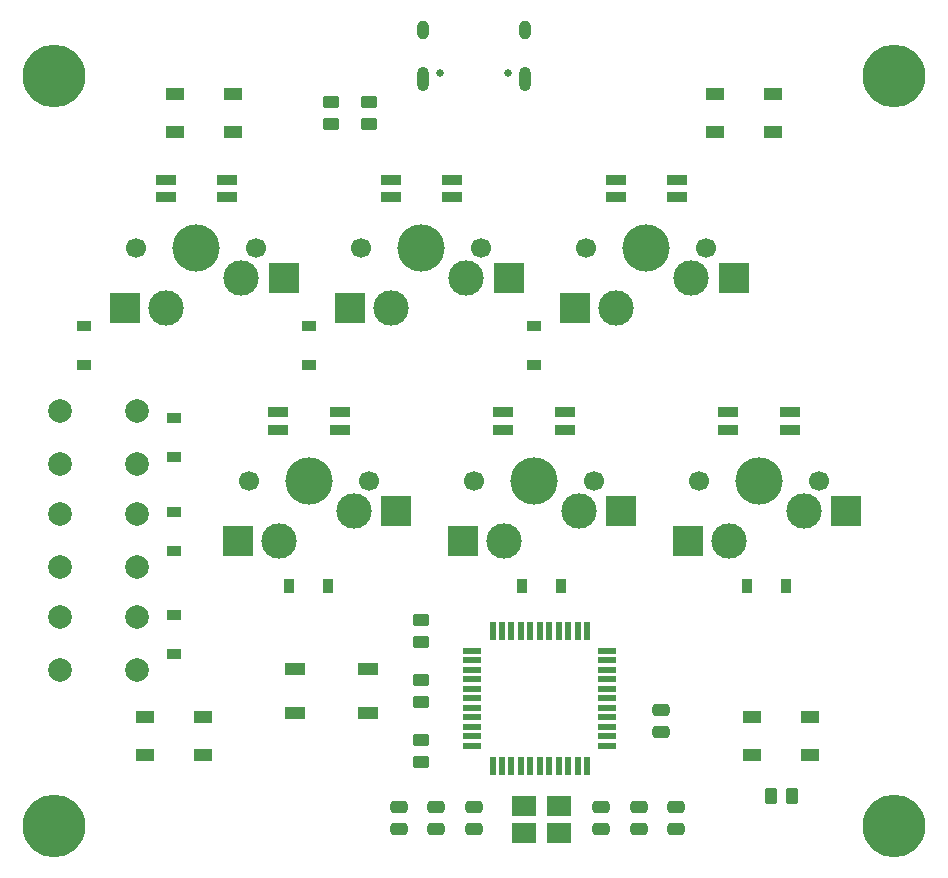
<source format=gbr>
%TF.GenerationSoftware,KiCad,Pcbnew,(6.0.5)*%
%TF.CreationDate,2022-06-05T05:51:03+07:00*%
%TF.ProjectId,atelier-alter,6174656c-6965-4722-9d61-6c7465722e6b,rev?*%
%TF.SameCoordinates,Original*%
%TF.FileFunction,Soldermask,Bot*%
%TF.FilePolarity,Negative*%
%FSLAX46Y46*%
G04 Gerber Fmt 4.6, Leading zero omitted, Abs format (unit mm)*
G04 Created by KiCad (PCBNEW (6.0.5)) date 2022-06-05 05:51:03*
%MOMM*%
%LPD*%
G01*
G04 APERTURE LIST*
G04 Aperture macros list*
%AMRoundRect*
0 Rectangle with rounded corners*
0 $1 Rounding radius*
0 $2 $3 $4 $5 $6 $7 $8 $9 X,Y pos of 4 corners*
0 Add a 4 corners polygon primitive as box body*
4,1,4,$2,$3,$4,$5,$6,$7,$8,$9,$2,$3,0*
0 Add four circle primitives for the rounded corners*
1,1,$1+$1,$2,$3*
1,1,$1+$1,$4,$5*
1,1,$1+$1,$6,$7*
1,1,$1+$1,$8,$9*
0 Add four rect primitives between the rounded corners*
20,1,$1+$1,$2,$3,$4,$5,0*
20,1,$1+$1,$4,$5,$6,$7,0*
20,1,$1+$1,$6,$7,$8,$9,0*
20,1,$1+$1,$8,$9,$2,$3,0*%
G04 Aperture macros list end*
%ADD10R,1.500000X1.000000*%
%ADD11RoundRect,0.250000X-0.450000X0.262500X-0.450000X-0.262500X0.450000X-0.262500X0.450000X0.262500X0*%
%ADD12C,1.700000*%
%ADD13C,4.000000*%
%ADD14C,3.000000*%
%ADD15R,1.800000X0.900000*%
%ADD16R,2.550000X2.500000*%
%ADD17C,2.000000*%
%ADD18C,5.300000*%
%ADD19C,0.650000*%
%ADD20O,1.000000X2.100000*%
%ADD21O,1.000000X1.600000*%
%ADD22R,1.500000X0.550000*%
%ADD23R,0.550000X1.500000*%
%ADD24RoundRect,0.250000X-0.475000X0.250000X-0.475000X-0.250000X0.475000X-0.250000X0.475000X0.250000X0*%
%ADD25R,1.200000X0.900000*%
%ADD26RoundRect,0.250000X0.475000X-0.250000X0.475000X0.250000X-0.475000X0.250000X-0.475000X-0.250000X0*%
%ADD27RoundRect,0.250000X0.450000X-0.262500X0.450000X0.262500X-0.450000X0.262500X-0.450000X-0.262500X0*%
%ADD28R,0.900000X1.200000*%
%ADD29R,2.100000X1.800000*%
%ADD30R,1.800000X1.100000*%
%ADD31RoundRect,0.250000X0.262500X0.450000X-0.262500X0.450000X-0.262500X-0.450000X0.262500X-0.450000X0*%
G04 APERTURE END LIST*
D10*
%TO.C,D1*%
X134530000Y-120320000D03*
X134530000Y-123520000D03*
X129630000Y-123520000D03*
X129630000Y-120320000D03*
%TD*%
D11*
%TO.C,R8*%
X153035000Y-122277500D03*
X153035000Y-124102500D03*
%TD*%
%TO.C,R7*%
X153035000Y-117197500D03*
X153035000Y-119022500D03*
%TD*%
D12*
%TO.C,MX6*%
X176530000Y-100330000D03*
X186690000Y-100330000D03*
D13*
X181610000Y-100330000D03*
D14*
X179070000Y-105410000D03*
X185420000Y-102870000D03*
D15*
X184210000Y-96030000D03*
X184210000Y-94530000D03*
X179010000Y-96030000D03*
X179010000Y-94530000D03*
D16*
X189020000Y-102870000D03*
X175595000Y-105410000D03*
%TD*%
D17*
%TO.C,SW2*%
X122480000Y-103160000D03*
X128980000Y-103160000D03*
X122480000Y-107660000D03*
X128980000Y-107660000D03*
%TD*%
D12*
%TO.C,MX5*%
X157480000Y-100330000D03*
D14*
X160020000Y-105410000D03*
D13*
X162560000Y-100330000D03*
D12*
X167640000Y-100330000D03*
D14*
X166370000Y-102870000D03*
D15*
X165160000Y-96030000D03*
X165160000Y-94530000D03*
X159960000Y-96030000D03*
X159960000Y-94530000D03*
D16*
X169970000Y-102870000D03*
X156545000Y-105410000D03*
%TD*%
D12*
%TO.C,MX4*%
X138430000Y-100330000D03*
D14*
X147320000Y-102870000D03*
D12*
X148590000Y-100330000D03*
D13*
X143510000Y-100330000D03*
D14*
X140970000Y-105410000D03*
D15*
X146110000Y-96030000D03*
X146110000Y-94530000D03*
X140910000Y-96030000D03*
X140910000Y-94530000D03*
D16*
X150920000Y-102870000D03*
X137495000Y-105410000D03*
%TD*%
D17*
%TO.C,SW3*%
X122479900Y-111891200D03*
X128979900Y-111891200D03*
X122479900Y-116391200D03*
X128979900Y-116391200D03*
%TD*%
D18*
%TO.C,H4*%
X121920000Y-129540000D03*
%TD*%
%TO.C,H2*%
X193040000Y-66040000D03*
%TD*%
D17*
%TO.C,SW1*%
X122479900Y-94428700D03*
X128979900Y-94428700D03*
X122479900Y-98928700D03*
X128979900Y-98928700D03*
%TD*%
D18*
%TO.C,H1*%
X121920000Y-66040000D03*
%TD*%
D12*
%TO.C,MX3*%
X167005000Y-80645000D03*
D14*
X169545000Y-85725000D03*
X175895000Y-83185000D03*
D12*
X177165000Y-80645000D03*
D13*
X172085000Y-80645000D03*
D15*
X174685000Y-76345000D03*
X174685000Y-74845000D03*
X169485000Y-76345000D03*
X169485000Y-74845000D03*
D16*
X179495000Y-83185000D03*
X166070000Y-85725000D03*
%TD*%
D12*
%TO.C,MX1*%
X139065000Y-80645000D03*
X128905000Y-80645000D03*
D14*
X137795000Y-83185000D03*
X131445000Y-85725000D03*
D13*
X133985000Y-80645000D03*
D15*
X136585000Y-76345000D03*
X136585000Y-74845000D03*
X131385000Y-76345000D03*
X131385000Y-74845000D03*
D16*
X141395000Y-83185000D03*
X127970000Y-85725000D03*
%TD*%
D19*
%TO.C,USB1*%
X160370000Y-65800000D03*
X154590000Y-65800000D03*
D20*
X161800000Y-66330000D03*
D21*
X153160000Y-62150000D03*
D20*
X153160000Y-66330000D03*
D21*
X161800000Y-62150000D03*
%TD*%
D18*
%TO.C,H3*%
X193040000Y-129540000D03*
%TD*%
D12*
%TO.C,MX2*%
X158115000Y-80645000D03*
D14*
X156845000Y-83185000D03*
D12*
X147955000Y-80645000D03*
D13*
X153035000Y-80645000D03*
D14*
X150495000Y-85725000D03*
D15*
X155635000Y-76345000D03*
X155635000Y-74845000D03*
X150435000Y-76345000D03*
X150435000Y-74845000D03*
D16*
X160445000Y-83185000D03*
X147020000Y-85725000D03*
%TD*%
D10*
%TO.C,D2*%
X181065000Y-123520000D03*
X181065000Y-120320000D03*
X185965000Y-120320000D03*
X185965000Y-123520000D03*
%TD*%
D22*
%TO.C,U1*%
X168761400Y-114745000D03*
X168761400Y-115545000D03*
X168761400Y-116345000D03*
X168761400Y-117145000D03*
X168761400Y-117945000D03*
X168761400Y-118745000D03*
X168761400Y-119545000D03*
X168761400Y-120345000D03*
X168761400Y-121145000D03*
X168761400Y-121945000D03*
X168761400Y-122745000D03*
D23*
X167061400Y-124445000D03*
X166261400Y-124445000D03*
X165461400Y-124445000D03*
X164661400Y-124445000D03*
X163861400Y-124445000D03*
X163061400Y-124445000D03*
X162261400Y-124445000D03*
X161461400Y-124445000D03*
X160661400Y-124445000D03*
X159861400Y-124445000D03*
X159061400Y-124445000D03*
D22*
X157361400Y-122745000D03*
X157361400Y-121945000D03*
X157361400Y-121145000D03*
X157361400Y-120345000D03*
X157361400Y-119545000D03*
X157361400Y-118745000D03*
X157361400Y-117945000D03*
X157361400Y-117145000D03*
X157361400Y-116345000D03*
X157361400Y-115545000D03*
X157361400Y-114745000D03*
D23*
X159061400Y-113045000D03*
X159861400Y-113045000D03*
X160661400Y-113045000D03*
X161461400Y-113045000D03*
X162261400Y-113045000D03*
X163061400Y-113045000D03*
X163861400Y-113045000D03*
X164661400Y-113045000D03*
X165461400Y-113045000D03*
X166261400Y-113045000D03*
X167061400Y-113045000D03*
%TD*%
D24*
%TO.C,C7*%
X151130000Y-127955000D03*
X151130000Y-129855000D03*
%TD*%
D11*
%TO.C,R4*%
X145415000Y-68302500D03*
X145415000Y-70127500D03*
%TD*%
D25*
%TO.C,D33*%
X132079900Y-114997500D03*
X132079900Y-111697500D03*
%TD*%
D10*
%TO.C,D4*%
X137070000Y-67615000D03*
X137070000Y-70815000D03*
X132170000Y-70815000D03*
X132170000Y-67615000D03*
%TD*%
D25*
%TO.C,D13*%
X162560000Y-90550000D03*
X162560000Y-87250000D03*
%TD*%
D24*
%TO.C,C6*%
X173355000Y-119700000D03*
X173355000Y-121600000D03*
%TD*%
D26*
%TO.C,C5*%
X174625000Y-129855000D03*
X174625000Y-127955000D03*
%TD*%
D10*
%TO.C,D3*%
X182790000Y-67615000D03*
X182790000Y-70815000D03*
X177890000Y-70815000D03*
X177890000Y-67615000D03*
%TD*%
D24*
%TO.C,C4*%
X154305000Y-127955000D03*
X154305000Y-129855000D03*
%TD*%
D25*
%TO.C,D31*%
X132079900Y-98328700D03*
X132079900Y-95028700D03*
%TD*%
D27*
%TO.C,R6*%
X153035000Y-113942500D03*
X153035000Y-112117500D03*
%TD*%
D28*
%TO.C,D22*%
X164845000Y-109220000D03*
X161545000Y-109220000D03*
%TD*%
D25*
%TO.C,D11*%
X124460000Y-90550000D03*
X124460000Y-87250000D03*
%TD*%
D11*
%TO.C,R5*%
X148590000Y-68302500D03*
X148590000Y-70127500D03*
%TD*%
D26*
%TO.C,C1*%
X171450000Y-129855000D03*
X171450000Y-127955000D03*
%TD*%
D29*
%TO.C,Y1*%
X164648900Y-130175000D03*
X161748900Y-130175000D03*
X161748900Y-127875000D03*
X164648900Y-127875000D03*
%TD*%
D28*
%TO.C,D23*%
X183895000Y-109220000D03*
X180595000Y-109220000D03*
%TD*%
D25*
%TO.C,D12*%
X143510000Y-90550000D03*
X143510000Y-87250000D03*
%TD*%
D30*
%TO.C,SW4*%
X142315000Y-119960000D03*
X148515000Y-116260000D03*
X142315000Y-116260000D03*
X148515000Y-119960000D03*
%TD*%
D31*
%TO.C,R3*%
X184427500Y-127000000D03*
X182602500Y-127000000D03*
%TD*%
D25*
%TO.C,D32*%
X132079900Y-106266200D03*
X132079900Y-102966200D03*
%TD*%
D26*
%TO.C,C2*%
X157480000Y-129855000D03*
X157480000Y-127955000D03*
%TD*%
D24*
%TO.C,C3*%
X168275000Y-127955000D03*
X168275000Y-129855000D03*
%TD*%
D28*
%TO.C,D21*%
X145160000Y-109220000D03*
X141860000Y-109220000D03*
%TD*%
M02*

</source>
